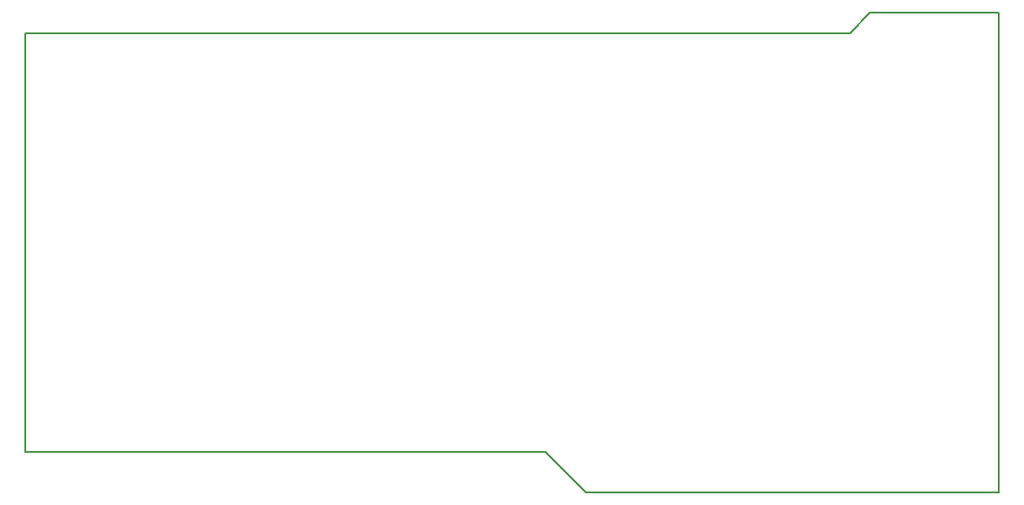
<source format=gm1>
G04 #@! TF.FileFunction,Profile,NP*
%FSLAX46Y46*%
G04 Gerber Fmt 4.6, Leading zero omitted, Abs format (unit mm)*
G04 Created by KiCad (PCBNEW 4.0.7) date 02/27/18 10:57:40*
%MOMM*%
%LPD*%
G01*
G04 APERTURE LIST*
%ADD10C,0.100000*%
%ADD11C,0.150000*%
G04 APERTURE END LIST*
D10*
D11*
X117475000Y-114935000D02*
X121285000Y-118745000D01*
X68580000Y-114935000D02*
X117475000Y-114935000D01*
X68580000Y-75565000D02*
X68580000Y-114935000D01*
X160020000Y-118745000D02*
X121285000Y-118745000D01*
X160020000Y-73660000D02*
X160020000Y-118745000D01*
X147955000Y-73660000D02*
X160020000Y-73660000D01*
X146050000Y-75565000D02*
X147955000Y-73660000D01*
X68580000Y-75565000D02*
X146050000Y-75565000D01*
M02*

</source>
